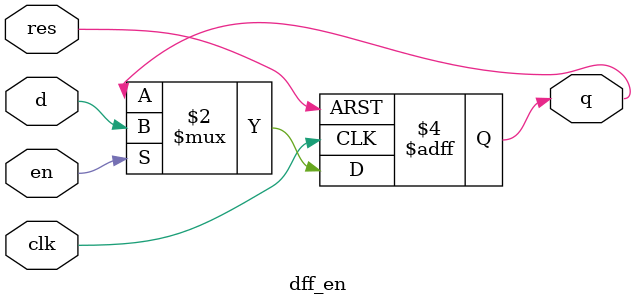
<source format=v>
module dff_en(
  input wire clk,
  input wire d,
  input wire en,
  input wire res,
  output reg  q
  


);
always@( posedge clk,posedge res)
begin
    if(res)
    q<=1'b0;
    else if(en)
    q<=d;
end



endmodule
</source>
